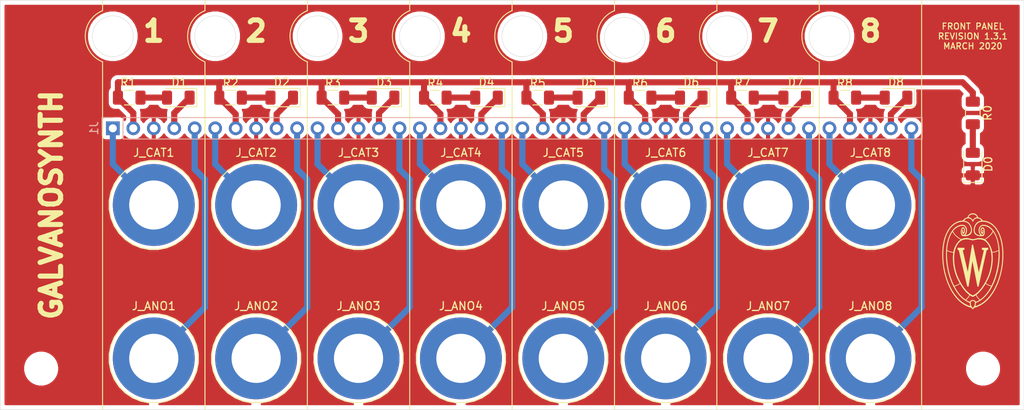
<source format=kicad_pcb>
(kicad_pcb (version 20171130) (host pcbnew 5.1.5+dfsg1-2)
  (title_block (title "galvanosynth daugher") (date 2020-03-03) (rev 1.3.1) (company "University of Wisconsin-Madison") (comment 1 "Instrument Shop") (comment 2 "Department of Chemistry") (comment 3 "Blaise Thompson") (comment 4 bthompson@chem.wisc.edu))
  (layers (0 F.Cu signal) (31 B.Cu signal) (34 B.Paste user) (35 F.Paste user) (36 B.SilkS user) (37 F.SilkS user) (38 B.Mask user) (39 F.Mask user) (44 Edge.Cuts user))
  (net 0 "")
  (net 1 "Net-(D1-Pad2)")
  (net 2 "Net-(D1-Pad1)")
  (net 3 "Net-(D2-Pad2)")
  (net 4 "Net-(D2-Pad1)")
  (net 5 "Net-(D3-Pad2)")
  (net 6 "Net-(D3-Pad1)")
  (net 7 "Net-(D4-Pad2)")
  (net 8 "Net-(D4-Pad1)")
  (net 9 "Net-(D5-Pad2)")
  (net 10 "Net-(D5-Pad1)")
  (net 11 "Net-(D6-Pad2)")
  (net 12 "Net-(D6-Pad1)")
  (net 13 "Net-(D7-Pad2)")
  (net 14 "Net-(D7-Pad1)")
  (net 15 "Net-(D8-Pad2)")
  (net 16 "Net-(D8-Pad1)")
  (net 17 "Net-(J1-Pad40)")
  (net 18 GND)
  (net 19 +15V)
  (net 20 "Net-(J1-Pad36)")
  (net 21 "Net-(J1-Pad35)")
  (net 22 "Net-(J1-Pad31)")
  (net 23 "Net-(J1-Pad26)")
  (net 24 "Net-(J1-Pad25)")
  (net 25 "Net-(J1-Pad21)")
  (net 26 "Net-(J1-Pad20)")
  (net 27 "Net-(J1-Pad16)")
  (net 28 "Net-(J1-Pad15)")
  (net 29 "Net-(J1-Pad11)")
  (net 30 "Net-(J1-Pad10)")
  (net 31 "Net-(J1-Pad6)")
  (net 32 "Net-(J1-Pad5)")
  (net 33 "Net-(J1-Pad1)")
  (net 34 "Net-(D0-Pad2)")
  (net 35 "Net-(J1-Pad30)")
  (module MountingHole:MountingHole_3.2mm_M3 (layer F.Cu) (at 172.72 106.045)
    (fp_text reference REF** hide)
    (fp_text value MountingHole_3.2mm_M3 hide)
    (pad 1 np_thru_hole circle (at 0 0) (size 3.2 3.2) (drill 3.2) (layers *.Cu *.Mask))
  )
  (module MountingHole:MountingHole_3.2mm_M3 (layer F.Cu) (at 55.88 106.045)
    (fp_text reference REF** hide)
    (fp_text value MountingHole_3.2mm_M3 hide)
    (pad 1 np_thru_hole circle (at 0 0) (size 3.2 3.2) (drill 3.2) (layers *.Cu *.Mask))
  )
  (module Connector:Banana_Jack_1Pin (layer F.Cu) (at 133.35 104.775)
    (fp_text reference J_ANO6 (at 0 -6.5) (layer F.SilkS))
    (fp_text value Conn_01x01)
    (pad 1 thru_hole circle (at 0 0) (size 10.16 10.16) (drill 6.1) (layers *.Cu *.Mask) (net 35 "Net-(J1-Pad30)"))
  )
  (module footprints:logo (layer F.Cu) (at 171.45 92.71)
    (fp_text reference G*** hide)
    (fp_text value LOGO hide)
  )
  (module Resistor_SMD:R_1206_3216Metric (layer F.Cu) (at 171.45 74.295 270)
    (fp_text reference R0 (at 0 -1.82 90) (layer F.SilkS))
    (fp_text value 1k)
    (pad 2 smd roundrect (at 1.4 0 270) (size 1.25 1.75) (layers F.Cu F.Paste F.Mask) (roundrect_rratio 0.2) (net 34 "Net-(D0-Pad2)"))
    (pad 1 smd roundrect (at -1.4 0 270) (size 1.25 1.75) (layers F.Cu F.Paste F.Mask) (roundrect_rratio 0.2) (net 19 +15V))
  )
  (module Diode_SMD:D_1206_3216Metric (layer F.Cu) (at 171.45 80.645 90)
    (fp_text reference D0 (at 0 1.905 90) (layer F.SilkS))
    (fp_text value LED)
    (pad 2 smd roundrect (at 1.4 0 90) (size 1.25 1.75) (layers F.Cu F.Paste F.Mask) (roundrect_rratio 0.2) (net 34 "Net-(D0-Pad2)"))
    (pad 1 smd roundrect (at -1.4 0 90) (size 1.25 1.75) (layers F.Cu F.Paste F.Mask) (roundrect_rratio 0.2) (net 18 GND))
  )
  (module Connector:Banana_Jack_1Pin (layer F.Cu) (at 158.75 85.725)
    (fp_text reference J_CAT8 (at 0 -6.5) (layer F.SilkS))
    (fp_text value Conn_01x01)
    (pad 1 thru_hole circle (at 0 0) (size 10.16 10.16) (drill 6.1) (layers *.Cu *.Mask) (net 20 "Net-(J1-Pad36)"))
  )
  (module Connector:Banana_Jack_1Pin (layer F.Cu) (at 133.35 85.725)
    (fp_text reference J_CAT6 (at 0 -6.5) (layer F.SilkS))
    (fp_text value Conn_01x01)
    (pad 1 thru_hole circle (at 0 0) (size 10.16 10.16) (drill 6.1) (layers *.Cu *.Mask) (net 23 "Net-(J1-Pad26)"))
  )
  (module Connector:Banana_Jack_1Pin (layer F.Cu) (at 107.95 85.725)
    (fp_text reference J_CAT4 (at 0 -6.5) (layer F.SilkS))
    (fp_text value Conn_01x01)
    (pad 1 thru_hole circle (at 0 0) (size 10.16 10.16) (drill 6.1) (layers *.Cu *.Mask) (net 27 "Net-(J1-Pad16)"))
  )
  (module Connector:Banana_Jack_1Pin (layer F.Cu) (at 82.55 85.725)
    (fp_text reference J_CAT2 (at 0 -6.5) (layer F.SilkS))
    (fp_text value Conn_01x01)
    (pad 1 thru_hole circle (at 0 0) (size 10.16 10.16) (drill 6.1) (layers *.Cu *.Mask) (net 31 "Net-(J1-Pad6)"))
  )
  (module Connector:Banana_Jack_1Pin (layer F.Cu) (at 146.05 85.725)
    (fp_text reference J_CAT7 (at 0 -6.5) (layer F.SilkS))
    (fp_text value Conn_01x01)
    (pad 1 thru_hole circle (at 0 0) (size 10.16 10.16) (drill 6.1) (layers *.Cu *.Mask) (net 22 "Net-(J1-Pad31)"))
  )
  (module Connector:Banana_Jack_1Pin (layer F.Cu) (at 120.65 85.725)
    (fp_text reference J_CAT5 (at 0 -6.5) (layer F.SilkS))
    (fp_text value Conn_01x01)
    (pad 1 thru_hole circle (at 0 0) (size 10.16 10.16) (drill 6.1) (layers *.Cu *.Mask) (net 25 "Net-(J1-Pad21)"))
  )
  (module Connector:Banana_Jack_1Pin (layer F.Cu) (at 95.25 85.725)
    (fp_text reference J_CAT3 (at 0 -6.5) (layer F.SilkS))
    (fp_text value Conn_01x01)
    (pad 1 thru_hole circle (at 0 0) (size 10.16 10.16) (drill 6.1) (layers *.Cu *.Mask) (net 29 "Net-(J1-Pad11)"))
  )
  (module Connector:Banana_Jack_1Pin (layer F.Cu) (at 69.85 85.725)
    (fp_text reference J_CAT1 (at 0 -6.5) (layer F.SilkS))
    (fp_text value Conn_01x01)
    (pad 1 thru_hole circle (at 0 0) (size 10.16 10.16) (drill 6.1) (layers *.Cu *.Mask) (net 33 "Net-(J1-Pad1)"))
  )
  (module Connector:Banana_Jack_1Pin (layer F.Cu) (at 158.75 104.775)
    (fp_text reference J_ANO8 (at 0 -6.5) (layer F.SilkS))
    (fp_text value Conn_01x01)
    (pad 1 thru_hole circle (at 0 0) (size 10.16 10.16) (drill 6.1) (layers *.Cu *.Mask) (net 17 "Net-(J1-Pad40)"))
  )
  (module Connector:Banana_Jack_1Pin (layer F.Cu) (at 107.95 104.775)
    (fp_text reference J_ANO4 (at 0 -6.5) (layer F.SilkS))
    (fp_text value Conn_01x01)
    (pad 1 thru_hole circle (at 0 0) (size 10.16 10.16) (drill 6.1) (layers *.Cu *.Mask) (net 26 "Net-(J1-Pad20)"))
  )
  (module Connector:Banana_Jack_1Pin (layer F.Cu) (at 82.55 104.775)
    (fp_text reference J_ANO2 (at 0 -6.5) (layer F.SilkS))
    (fp_text value Conn_01x01)
    (pad 1 thru_hole circle (at 0 0) (size 10.16 10.16) (drill 6.1) (layers *.Cu *.Mask) (net 30 "Net-(J1-Pad10)"))
  )
  (module Connector:Banana_Jack_1Pin (layer F.Cu) (at 146.05 104.775)
    (fp_text reference J_ANO7 (at 0 -6.5) (layer F.SilkS))
    (fp_text value Conn_01x01)
    (pad 1 thru_hole circle (at 0 0) (size 10.16 10.16) (drill 6.1) (layers *.Cu *.Mask) (net 21 "Net-(J1-Pad35)"))
  )
  (module Connector:Banana_Jack_1Pin (layer F.Cu) (at 120.65 104.775)
    (fp_text reference J_ANO5 (at 0 -6.5) (layer F.SilkS))
    (fp_text value Conn_01x01)
    (pad 1 thru_hole circle (at 0 0) (size 10.16 10.16) (drill 6.1) (layers *.Cu *.Mask) (net 24 "Net-(J1-Pad25)"))
  )
  (module Connector:Banana_Jack_1Pin (layer F.Cu) (at 95.25 104.775)
    (fp_text reference J_ANO3 (at 0 -6.5) (layer F.SilkS))
    (fp_text value Conn_01x01)
    (pad 1 thru_hole circle (at 0 0) (size 10.16 10.16) (drill 6.1) (layers *.Cu *.Mask) (net 28 "Net-(J1-Pad15)"))
  )
  (module Connector:Banana_Jack_1Pin (layer F.Cu) (at 69.85 104.775)
    (fp_text reference J_ANO1 (at 0 -6.5) (layer F.SilkS))
    (fp_text value Conn_01x01)
    (pad 1 thru_hole circle (at 0 0) (size 10.16 10.16) (drill 6.1) (layers *.Cu *.Mask) (net 32 "Net-(J1-Pad5)"))
  )
  (module Resistor_SMD:R_1206_3216Metric (layer F.Cu) (at 155.575 72.39)
    (fp_text reference R8 (at 0 -1.82) (layer F.SilkS))
    (fp_text value 1k)
    (pad 2 smd roundrect (at 1.4 0) (size 1.25 1.75) (layers F.Cu F.Paste F.Mask) (roundrect_rratio 0.2) (net 15 "Net-(D8-Pad2)"))
    (pad 1 smd roundrect (at -1.4 0) (size 1.25 1.75) (layers F.Cu F.Paste F.Mask) (roundrect_rratio 0.2) (net 19 +15V))
  )
  (module Resistor_SMD:R_1206_3216Metric (layer F.Cu) (at 130.175 72.39)
    (fp_text reference R6 (at 0 -1.82) (layer F.SilkS))
    (fp_text value 1k)
    (pad 2 smd roundrect (at 1.4 0) (size 1.25 1.75) (layers F.Cu F.Paste F.Mask) (roundrect_rratio 0.2) (net 11 "Net-(D6-Pad2)"))
    (pad 1 smd roundrect (at -1.4 0) (size 1.25 1.75) (layers F.Cu F.Paste F.Mask) (roundrect_rratio 0.2) (net 19 +15V))
  )
  (module Resistor_SMD:R_1206_3216Metric (layer F.Cu) (at 104.775 72.39)
    (fp_text reference R4 (at 0 -1.82) (layer F.SilkS))
    (fp_text value 1k)
    (pad 2 smd roundrect (at 1.4 0) (size 1.25 1.75) (layers F.Cu F.Paste F.Mask) (roundrect_rratio 0.2) (net 7 "Net-(D4-Pad2)"))
    (pad 1 smd roundrect (at -1.4 0) (size 1.25 1.75) (layers F.Cu F.Paste F.Mask) (roundrect_rratio 0.2) (net 19 +15V))
  )
  (module Resistor_SMD:R_1206_3216Metric (layer F.Cu) (at 79.375 72.39)
    (fp_text reference R2 (at 0 -1.82) (layer F.SilkS))
    (fp_text value 1k)
    (pad 2 smd roundrect (at 1.4 0) (size 1.25 1.75) (layers F.Cu F.Paste F.Mask) (roundrect_rratio 0.2) (net 3 "Net-(D2-Pad2)"))
    (pad 1 smd roundrect (at -1.4 0) (size 1.25 1.75) (layers F.Cu F.Paste F.Mask) (roundrect_rratio 0.2) (net 19 +15V))
  )
  (module Resistor_SMD:R_1206_3216Metric (layer F.Cu) (at 142.875 72.39)
    (fp_text reference R7 (at 0 -1.82) (layer F.SilkS))
    (fp_text value 1k)
    (pad 2 smd roundrect (at 1.4 0) (size 1.25 1.75) (layers F.Cu F.Paste F.Mask) (roundrect_rratio 0.2) (net 13 "Net-(D7-Pad2)"))
    (pad 1 smd roundrect (at -1.4 0) (size 1.25 1.75) (layers F.Cu F.Paste F.Mask) (roundrect_rratio 0.2) (net 19 +15V))
  )
  (module Resistor_SMD:R_1206_3216Metric (layer F.Cu) (at 117.475 72.39)
    (fp_text reference R5 (at 0 -1.82) (layer F.SilkS))
    (fp_text value 1k)
    (pad 2 smd roundrect (at 1.4 0) (size 1.25 1.75) (layers F.Cu F.Paste F.Mask) (roundrect_rratio 0.2) (net 9 "Net-(D5-Pad2)"))
    (pad 1 smd roundrect (at -1.4 0) (size 1.25 1.75) (layers F.Cu F.Paste F.Mask) (roundrect_rratio 0.2) (net 19 +15V))
  )
  (module Resistor_SMD:R_1206_3216Metric (layer F.Cu) (at 92.075 72.39)
    (fp_text reference R3 (at 0 -1.82) (layer F.SilkS))
    (fp_text value 1k)
    (pad 2 smd roundrect (at 1.4 0) (size 1.25 1.75) (layers F.Cu F.Paste F.Mask) (roundrect_rratio 0.2) (net 5 "Net-(D3-Pad2)"))
    (pad 1 smd roundrect (at -1.4 0) (size 1.25 1.75) (layers F.Cu F.Paste F.Mask) (roundrect_rratio 0.2) (net 19 +15V))
  )
  (module Resistor_SMD:R_1206_3216Metric (layer F.Cu) (at 66.805 72.39)
    (fp_text reference R1 (at -0.13 -1.905) (layer F.SilkS))
    (fp_text value 1k)
    (pad 2 smd roundrect (at 1.4 0) (size 1.25 1.75) (layers F.Cu F.Paste F.Mask) (roundrect_rratio 0.2) (net 1 "Net-(D1-Pad2)"))
    (pad 1 smd roundrect (at -1.4 0) (size 1.25 1.75) (layers F.Cu F.Paste F.Mask) (roundrect_rratio 0.2) (net 19 +15V))
  )
  (module Connector_PinHeader_2.54mm:PinHeader_1x40_P2.54mm_Vertical (layer B.Cu) (at 64.77 76.2 270)
    (fp_text reference J1 (at 0 2.33 270) (layer B.SilkS) (effects (justify mirror)))
    (fp_text value Conn_01x40)
    (pad 40 thru_hole oval (at 0 -99.06 270) (size 1.7 1.7) (drill 1) (layers *.Cu *.Mask) (net 17 "Net-(J1-Pad40)"))
    (pad 39 thru_hole oval (at 0 -96.52 270) (size 1.7 1.7) (drill 1) (layers *.Cu *.Mask) (net 16 "Net-(D8-Pad1)"))
    (pad 38 thru_hole oval (at 0 -93.98 270) (size 1.7 1.7) (drill 1) (layers *.Cu *.Mask) (net 18 GND))
    (pad 37 thru_hole oval (at 0 -91.44 270) (size 1.7 1.7) (drill 1) (layers *.Cu *.Mask) (net 19 +15V))
    (pad 36 thru_hole oval (at 0 -88.9 270) (size 1.7 1.7) (drill 1) (layers *.Cu *.Mask) (net 20 "Net-(J1-Pad36)"))
    (pad 35 thru_hole oval (at 0 -86.36 270) (size 1.7 1.7) (drill 1) (layers *.Cu *.Mask) (net 21 "Net-(J1-Pad35)"))
    (pad 34 thru_hole oval (at 0 -83.82 270) (size 1.7 1.7) (drill 1) (layers *.Cu *.Mask) (net 14 "Net-(D7-Pad1)"))
    (pad 33 thru_hole oval (at 0 -81.28 270) (size 1.7 1.7) (drill 1) (layers *.Cu *.Mask) (net 18 GND))
    (pad 32 thru_hole oval (at 0 -78.74 270) (size 1.7 1.7) (drill 1) (layers *.Cu *.Mask) (net 19 +15V))
    (pad 31 thru_hole oval (at 0 -76.2 270) (size 1.7 1.7) (drill 1) (layers *.Cu *.Mask) (net 22 "Net-(J1-Pad31)"))
    (pad 30 thru_hole oval (at 0 -73.66 270) (size 1.7 1.7) (drill 1) (layers *.Cu *.Mask) (net 35 "Net-(J1-Pad30)"))
    (pad 29 thru_hole oval (at 0 -71.12 270) (size 1.7 1.7) (drill 1) (layers *.Cu *.Mask) (net 12 "Net-(D6-Pad1)"))
    (pad 28 thru_hole oval (at 0 -68.58 270) (size 1.7 1.7) (drill 1) (layers *.Cu *.Mask) (net 18 GND))
    (pad 27 thru_hole oval (at 0 -66.04 270) (size 1.7 1.7) (drill 1) (layers *.Cu *.Mask) (net 19 +15V))
    (pad 26 thru_hole oval (at 0 -63.5 270) (size 1.7 1.7) (drill 1) (layers *.Cu *.Mask) (net 23 "Net-(J1-Pad26)"))
    (pad 25 thru_hole oval (at 0 -60.96 270) (size 1.7 1.7) (drill 1) (layers *.Cu *.Mask) (net 24 "Net-(J1-Pad25)"))
    (pad 24 thru_hole oval (at 0 -58.42 270) (size 1.7 1.7) (drill 1) (layers *.Cu *.Mask) (net 10 "Net-(D5-Pad1)"))
    (pad 23 thru_hole oval (at 0 -55.88 270) (size 1.7 1.7) (drill 1) (layers *.Cu *.Mask) (net 18 GND))
    (pad 22 thru_hole oval (at 0 -53.34 270) (size 1.7 1.7) (drill 1) (layers *.Cu *.Mask) (net 19 +15V))
    (pad 21 thru_hole oval (at 0 -50.8 270) (size 1.7 1.7) (drill 1) (layers *.Cu *.Mask) (net 25 "Net-(J1-Pad21)"))
    (pad 20 thru_hole oval (at 0 -48.26 270) (size 1.7 1.7) (drill 1) (layers *.Cu *.Mask) (net 26 "Net-(J1-Pad20)"))
    (pad 19 thru_hole oval (at 0 -45.72 270) (size 1.7 1.7) (drill 1) (layers *.Cu *.Mask) (net 8 "Net-(D4-Pad1)"))
    (pad 18 thru_hole oval (at 0 -43.18 270) (size 1.7 1.7) (drill 1) (layers *.Cu *.Mask) (net 18 GND))
    (pad 17 thru_hole oval (at 0 -40.64 270) (size 1.7 1.7) (drill 1) (layers *.Cu *.Mask) (net 19 +15V))
    (pad 16 thru_hole oval (at 0 -38.1 270) (size 1.7 1.7) (drill 1) (layers *.Cu *.Mask) (net 27 "Net-(J1-Pad16)"))
    (pad 15 thru_hole oval (at 0 -35.56 270) (size 1.7 1.7) (drill 1) (layers *.Cu *.Mask) (net 28 "Net-(J1-Pad15)"))
    (pad 14 thru_hole oval (at 0 -33.02 270) (size 1.7 1.7) (drill 1) (layers *.Cu *.Mask) (net 6 "Net-(D3-Pad1)"))
    (pad 13 thru_hole oval (at 0 -30.48 270) (size 1.7 1.7) (drill 1) (layers *.Cu *.Mask) (net 18 GND))
    (pad 12 thru_hole oval (at 0 -27.94 270) (size 1.7 1.7) (drill 1) (layers *.Cu *.Mask) (net 19 +15V))
    (pad 11 thru_hole oval (at 0 -25.4 270) (size 1.7 1.7) (drill 1) (layers *.Cu *.Mask) (net 29 "Net-(J1-Pad11)"))
    (pad 10 thru_hole oval (at 0 -22.86 270) (size 1.7 1.7) (drill 1) (layers *.Cu *.Mask) (net 30 "Net-(J1-Pad10)"))
    (pad 9 thru_hole oval (at 0 -20.32 270) (size 1.7 1.7) (drill 1) (layers *.Cu *.Mask) (net 4 "Net-(D2-Pad1)"))
    (pad 8 thru_hole oval (at 0 -17.78 270) (size 1.7 1.7) (drill 1) (layers *.Cu *.Mask) (net 18 GND))
    (pad 7 thru_hole oval (at 0 -15.24 270) (size 1.7 1.7) (drill 1) (layers *.Cu *.Mask) (net 19 +15V))
    (pad 6 thru_hole oval (at 0 -12.7 270) (size 1.7 1.7) (drill 1) (layers *.Cu *.Mask) (net 31 "Net-(J1-Pad6)"))
    (pad 5 thru_hole oval (at 0 -10.16 270) (size 1.7 1.7) (drill 1) (layers *.Cu *.Mask) (net 32 "Net-(J1-Pad5)"))
    (pad 4 thru_hole oval (at 0 -7.62 270) (size 1.7 1.7) (drill 1) (layers *.Cu *.Mask) (net 2 "Net-(D1-Pad1)"))
    (pad 3 thru_hole oval (at 0 -5.08 270) (size 1.7 1.7) (drill 1) (layers *.Cu *.Mask) (net 18 GND))
    (pad 2 thru_hole oval (at 0 -2.54 270) (size 1.7 1.7) (drill 1) (layers *.Cu *.Mask) (net 19 +15V))
    (pad 1 thru_hole rect (at 0 0 270) (size 1.7 1.7) (drill 1) (layers *.Cu *.Mask) (net 33 "Net-(J1-Pad1)"))
  )
  (module Diode_SMD:D_1206_3216Metric (layer F.Cu) (at 161.925 72.39 180)
    (fp_text reference D8 (at 0 1.905) (layer F.SilkS))
    (fp_text value LED)
    (pad 2 smd roundrect (at 1.4 0 180) (size 1.25 1.75) (layers F.Cu F.Paste F.Mask) (roundrect_rratio 0.2) (net 15 "Net-(D8-Pad2)"))
    (pad 1 smd roundrect (at -1.4 0 180) (size 1.25 1.75) (layers F.Cu F.Paste F.Mask) (roundrect_rratio 0.2) (net 16 "Net-(D8-Pad1)"))
  )
  (module Diode_SMD:D_1206_3216Metric (layer F.Cu) (at 136.525 72.39 180)
    (fp_text reference D6 (at 0 1.905) (layer F.SilkS))
    (fp_text value LED)
    (pad 2 smd roundrect (at 1.4 0 180) (size 1.25 1.75) (layers F.Cu F.Paste F.Mask) (roundrect_rratio 0.2) (net 11 "Net-(D6-Pad2)"))
    (pad 1 smd roundrect (at -1.4 0 180) (size 1.25 1.75) (layers F.Cu F.Paste F.Mask) (roundrect_rratio 0.2) (net 12 "Net-(D6-Pad1)"))
  )
  (module Diode_SMD:D_1206_3216Metric (layer F.Cu) (at 111.125 72.39 180)
    (fp_text reference D4 (at 0 1.905) (layer F.SilkS))
    (fp_text value LED)
    (pad 2 smd roundrect (at 1.4 0 180) (size 1.25 1.75) (layers F.Cu F.Paste F.Mask) (roundrect_rratio 0.2) (net 7 "Net-(D4-Pad2)"))
    (pad 1 smd roundrect (at -1.4 0 180) (size 1.25 1.75) (layers F.Cu F.Paste F.Mask) (roundrect_rratio 0.2) (net 8 "Net-(D4-Pad1)"))
  )
  (module Diode_SMD:D_1206_3216Metric (layer F.Cu) (at 85.725 72.39 180)
    (fp_text reference D2 (at 0 1.905) (layer F.SilkS))
    (fp_text value LED)
    (pad 2 smd roundrect (at 1.4 0 180) (size 1.25 1.75) (layers F.Cu F.Paste F.Mask) (roundrect_rratio 0.2) (net 3 "Net-(D2-Pad2)"))
    (pad 1 smd roundrect (at -1.4 0 180) (size 1.25 1.75) (layers F.Cu F.Paste F.Mask) (roundrect_rratio 0.2) (net 4 "Net-(D2-Pad1)"))
  )
  (module Diode_SMD:D_1206_3216Metric (layer F.Cu) (at 149.355 72.39 180)
    (fp_text reference D7 (at -0.13 1.905) (layer F.SilkS))
    (fp_text value LED)
    (pad 2 smd roundrect (at 1.4 0 180) (size 1.25 1.75) (layers F.Cu F.Paste F.Mask) (roundrect_rratio 0.2) (net 13 "Net-(D7-Pad2)"))
    (pad 1 smd roundrect (at -1.4 0 180) (size 1.25 1.75) (layers F.Cu F.Paste F.Mask) (roundrect_rratio 0.2) (net 14 "Net-(D7-Pad1)"))
  )
  (module Diode_SMD:D_1206_3216Metric (layer F.Cu) (at 123.825 72.39 180)
    (fp_text reference D5 (at 0 1.905) (layer F.SilkS))
    (fp_text value LED)
    (pad 2 smd roundrect (at 1.4 0 180) (size 1.25 1.75) (layers F.Cu F.Paste F.Mask) (roundrect_rratio 0.2) (net 9 "Net-(D5-Pad2)"))
    (pad 1 smd roundrect (at -1.4 0 180) (size 1.25 1.75) (layers F.Cu F.Paste F.Mask) (roundrect_rratio 0.2) (net 10 "Net-(D5-Pad1)"))
  )
  (module Diode_SMD:D_1206_3216Metric (layer F.Cu) (at 98.295 72.39 180)
    (fp_text reference D3 (at -0.13 1.905) (layer F.SilkS))
    (fp_text value LED)
    (pad 2 smd roundrect (at 1.4 0 180) (size 1.25 1.75) (layers F.Cu F.Paste F.Mask) (roundrect_rratio 0.2) (net 5 "Net-(D3-Pad2)"))
    (pad 1 smd roundrect (at -1.4 0 180) (size 1.25 1.75) (layers F.Cu F.Paste F.Mask) (roundrect_rratio 0.2) (net 6 "Net-(D3-Pad1)"))
  )
  (module Diode_SMD:D_1206_3216Metric (layer F.Cu) (at 72.895 72.39 180)
    (fp_text reference D1 (at -0.13 1.905) (layer F.SilkS))
    (fp_text value LED)
    (pad 2 smd roundrect (at 1.4 0 180) (size 1.25 1.75) (layers F.Cu F.Paste F.Mask) (roundrect_rratio 0.2) (net 1 "Net-(D1-Pad2)"))
    (pad 1 smd roundrect (at -1.4 0 180) (size 1.25 1.75) (layers F.Cu F.Paste F.Mask) (roundrect_rratio 0.2) (net 2 "Net-(D1-Pad1)"))
  )
  (gr_line (start 63.500001 61.595001) (end 63.500001 60.325001) (layer F.SilkS) (width 0.12))
  (gr_line (start 63.500001 69.595999) (end 63.500001 67.945001) (layer F.SilkS) (width 0.12))
  (gr_line (start 76.200001 61.595001) (end 76.200001 60.325001) (layer F.SilkS) (width 0.12))
  (gr_line (start 76.200001 69.595999) (end 76.200001 67.945001) (layer F.SilkS) (width 0.12))
  (gr_line (start 88.900001 61.595001) (end 88.900001 60.325001) (layer F.SilkS) (width 0.12))
  (gr_line (start 88.900001 69.595999) (end 88.9 67.944999) (layer F.SilkS) (width 0.12))
  (gr_line (start 101.600001 61.595001) (end 101.6 60.325) (layer F.SilkS) (width 0.12))
  (gr_line (start 101.6 67.945) (end 101.600001 69.595999) (layer F.SilkS) (width 0.12))
  (gr_line (start 114.3 61.595) (end 114.3 60.325) (layer F.SilkS) (width 0.12))
  (gr_line (start 114.300001 69.595999) (end 114.3 67.944999) (layer F.SilkS) (width 0.12))
  (gr_line (start 127 61.595) (end 127 60.325) (layer F.SilkS) (width 0.12))
  (gr_line (start 127 67.944999) (end 127.000001 69.595999) (layer F.SilkS) (width 0.12))
  (gr_line (start 139.7 67.944999) (end 139.700001 69.595999) (layer F.SilkS) (width 0.12))
  (gr_line (start 139.700001 61.595001) (end 139.7 60.325) (layer F.SilkS) (width 0.12))
  (gr_line (start 152.400001 61.595001) (end 152.4 60.325) (layer F.SilkS) (width 0.12))
  (gr_line (start 152.400001 69.595999) (end 152.4 67.945) (layer F.SilkS) (width 0.12))
  (gr_arc (start 153.67 64.77) (end 152.400001 61.595001) (angle -136.397181) (layer F.SilkS) (width 0.12))
  (gr_arc (start 140.97 64.77) (end 139.700001 61.595001) (angle -136.397181) (layer F.SilkS) (width 0.12))
  (gr_arc (start 128.27 64.77) (end 127.000001 61.595001) (angle -136.397181) (layer F.SilkS) (width 0.12))
  (gr_arc (start 115.57 64.77) (end 114.300001 61.595001) (angle -136.397181) (layer F.SilkS) (width 0.12))
  (gr_arc (start 102.87 64.77) (end 101.600001 61.595001) (angle -136.397181) (layer F.SilkS) (width 0.12))
  (gr_arc (start 90.17 64.77) (end 88.900001 61.595001) (angle -136.397181) (layer F.SilkS) (width 0.12))
  (gr_circle (center 90.17 64.77) (end 92.71 64.77) (layer Edge.Cuts) (width 0.05))
  (gr_arc (start 77.47 64.77) (end 76.200001 61.595001) (angle -136.397181) (layer F.SilkS) (width 0.12))
  (gr_arc (start 64.77 64.77) (end 63.500001 61.595001) (angle -136.397181) (layer F.SilkS) (width 0.12))
  (gr_text "FRONT PANEL\nREVISION 1.3.1\nMARCH 2020" (at 171.45 64.77) (layer F.SilkS) (effects (font (size 0.762 0.762) (thickness 0.127))))
  (gr_text GALVANOSYNTH (at 57.15 85.725 90) (layer F.SilkS) (effects (font (size 2.54 2.54) (thickness 0.635))))
  (gr_line (start 165.1 60.325) (end 165.1 111.125) (layer F.SilkS) (width 0.12))
  (gr_line (start 152.400001 69.595999) (end 152.4 111.125) (layer F.SilkS) (width 0.12))
  (gr_line (start 139.700001 69.595999) (end 139.7 111.125) (layer F.SilkS) (width 0.12))
  (gr_line (start 127.000001 69.595999) (end 127 111.125) (layer F.SilkS) (width 0.12))
  (gr_line (start 114.300001 69.595999) (end 114.3 111.125) (layer F.SilkS) (width 0.12))
  (gr_line (start 101.600001 69.595999) (end 101.6 111.125) (layer F.SilkS) (width 0.12))
  (gr_line (start 88.900001 69.595999) (end 88.9 111.125) (layer F.SilkS) (width 0.12))
  (gr_line (start 76.200001 69.595999) (end 76.2 111.125) (layer F.SilkS) (width 0.12))
  (gr_line (start 63.500001 69.595999) (end 63.5 111.125) (layer F.SilkS) (width 0.12))
  (gr_text 8 (at 158.75 64.135) (layer F.SilkS) (effects (font (size 2.54 2.54) (thickness 0.635))))
  (gr_text 7 (at 146.05 64.135) (layer F.SilkS) (effects (font (size 2.54 2.54) (thickness 0.635))))
  (gr_text 6 (at 133.35 64.135) (layer F.SilkS) (effects (font (size 2.54 2.54) (thickness 0.635))))
  (gr_text 5 (at 120.65 64.135) (layer F.SilkS) (effects (font (size 2.54 2.54) (thickness 0.635))))
  (gr_text 4 (at 107.95 64.135) (layer F.SilkS) (effects (font (size 2.54 2.54) (thickness 0.635))))
  (gr_text 3 (at 95.25 64.135) (layer F.SilkS) (effects (font (size 2.54 2.54) (thickness 0.635))))
  (gr_text 2 (at 82.55 64.135) (layer F.SilkS) (effects (font (size 2.54 2.54) (thickness 0.635))))
  (gr_text 1 (at 69.85 64.135) (layer F.SilkS) (effects (font (size 2.54 2.54) (thickness 0.635))))
  (gr_circle (center 153.67 64.77) (end 156.21 64.77) (layer Edge.Cuts) (width 0.05))
  (gr_circle (center 140.97 64.77) (end 143.51 64.77) (layer Edge.Cuts) (width 0.05))
  (gr_circle (center 128.27 64.9605) (end 130.81 64.9605) (layer Edge.Cuts) (width 0.05))
  (gr_circle (center 115.57 64.77) (end 118.11 64.77) (layer Edge.Cuts) (width 0.05))
  (gr_circle (center 102.87 64.77) (end 105.41 64.77) (layer Edge.Cuts) (width 0.05))
  (gr_circle (center 77.47 64.77) (end 80.01 64.77) (layer Edge.Cuts) (width 0.05))
  (gr_circle (center 64.77 64.77) (end 67.31 64.77) (layer Edge.Cuts) (width 0.05))
  (gr_line (start 177.8 60.325) (end 50.8 60.325) (layer Edge.Cuts) (width 0.05))
  (gr_line (start 177.8 111.125) (end 177.8 60.325) (layer Edge.Cuts) (width 0.05))
  (gr_line (start 50.8 111.125) (end 177.8 111.125) (layer Edge.Cuts) (width 0.05))
  (gr_line (start 50.8 60.325) (end 50.8 111.125) (layer Edge.Cuts) (width 0.05))
  (segment (start 68.205 72.39) (end 71.495 72.39) (width 0.762) (layer F.Cu) (net 1))
  (segment (start 72.39 74.295) (end 74.295 72.39) (width 0.762) (layer F.Cu) (net 2))
  (segment (start 72.39 76.2) (end 72.39 74.295) (width 0.762) (layer F.Cu) (net 2))
  (segment (start 80.775 72.39) (end 84.325 72.39) (width 0.762) (layer F.Cu) (net 3))
  (segment (start 85.09 74.425) (end 87.125 72.39) (width 0.762) (layer F.Cu) (net 4))
  (segment (start 85.09 76.2) (end 85.09 74.425) (width 0.762) (layer F.Cu) (net 4))
  (segment (start 93.475 72.39) (end 96.895 72.39) (width 0.762) (layer F.Cu) (net 5))
  (segment (start 97.79 74.295) (end 99.695 72.39) (width 0.762) (layer F.Cu) (net 6))
  (segment (start 97.79 76.2) (end 97.79 74.295) (width 0.762) (layer F.Cu) (net 6))
  (segment (start 106.175 72.39) (end 109.725 72.39) (width 0.762) (layer F.Cu) (net 7))
  (segment (start 110.49 74.425) (end 112.525 72.39) (width 0.762) (layer F.Cu) (net 8))
  (segment (start 110.49 76.2) (end 110.49 74.425) (width 0.762) (layer F.Cu) (net 8))
  (segment (start 118.875 72.39) (end 122.425 72.39) (width 0.762) (layer F.Cu) (net 9))
  (segment (start 123.19 74.425) (end 125.225 72.39) (width 0.762) (layer F.Cu) (net 10))
  (segment (start 123.19 76.2) (end 123.19 74.425) (width 0.762) (layer F.Cu) (net 10))
  (segment (start 131.575 72.39) (end 135.125 72.39) (width 0.762) (layer F.Cu) (net 11))
  (segment (start 135.89 74.425) (end 137.925 72.39) (width 0.762) (layer F.Cu) (net 12))
  (segment (start 135.89 76.2) (end 135.89 74.425) (width 0.762) (layer F.Cu) (net 12))
  (segment (start 144.275 72.39) (end 147.955 72.39) (width 0.762) (layer F.Cu) (net 13))
  (segment (start 148.59 74.555) (end 150.755 72.39) (width 0.762) (layer F.Cu) (net 14))
  (segment (start 148.59 76.2) (end 148.59 74.555) (width 0.762) (layer F.Cu) (net 14))
  (segment (start 156.975 72.39) (end 160.525 72.39) (width 0.762) (layer F.Cu) (net 15))
  (segment (start 161.29 74.425) (end 163.325 72.39) (width 0.762) (layer F.Cu) (net 16))
  (segment (start 161.29 76.2) (end 161.29 74.425) (width 0.762) (layer F.Cu) (net 16))
  (segment (start 163.83 76.2) (end 163.83 81.28) (width 0.762) (layer B.Cu) (net 17))
  (segment (start 163.83 81.28) (end 165.1 82.55) (width 0.762) (layer B.Cu) (net 17))
  (segment (start 165.1 98.425) (end 158.75 104.775) (width 0.762) (layer B.Cu) (net 17))
  (segment (start 165.1 98.425) (end 165.1 82.55) (width 0.762) (layer B.Cu) (net 17))
  (segment (start 67.31 74.295) (end 65.405 72.39) (width 0.762) (layer F.Cu) (net 19))
  (segment (start 67.31 76.2) (end 67.31 74.295) (width 0.762) (layer F.Cu) (net 19))
  (segment (start 80.01 74.425) (end 77.975 72.39) (width 0.762) (layer F.Cu) (net 19))
  (segment (start 80.01 76.2) (end 80.01 74.425) (width 0.762) (layer F.Cu) (net 19))
  (segment (start 92.71 74.425) (end 90.675 72.39) (width 0.762) (layer F.Cu) (net 19))
  (segment (start 92.71 76.2) (end 92.71 74.425) (width 0.762) (layer F.Cu) (net 19))
  (segment (start 105.41 74.425) (end 103.375 72.39) (width 0.762) (layer F.Cu) (net 19))
  (segment (start 105.41 76.2) (end 105.41 74.425) (width 0.762) (layer F.Cu) (net 19))
  (segment (start 118.11 74.425) (end 116.075 72.39) (width 0.762) (layer F.Cu) (net 19))
  (segment (start 118.11 76.2) (end 118.11 74.425) (width 0.762) (layer F.Cu) (net 19))
  (segment (start 130.81 74.425) (end 128.775 72.39) (width 0.762) (layer F.Cu) (net 19))
  (segment (start 130.81 76.2) (end 130.81 74.425) (width 0.762) (layer F.Cu) (net 19))
  (segment (start 143.51 74.425) (end 141.475 72.39) (width 0.762) (layer F.Cu) (net 19))
  (segment (start 143.51 76.2) (end 143.51 74.425) (width 0.762) (layer F.Cu) (net 19))
  (segment (start 156.21 74.425) (end 154.175 72.39) (width 0.762) (layer F.Cu) (net 19))
  (segment (start 156.21 76.2) (end 156.21 74.425) (width 0.762) (layer F.Cu) (net 19))
  (segment (start 65.405 72.39) (end 65.405 70.485) (width 0.762) (layer F.Cu) (net 19))
  (segment (start 154.175 70.615) (end 154.305 70.485) (width 0.762) (layer F.Cu) (net 19))
  (segment (start 154.175 72.39) (end 154.175 70.615) (width 0.762) (layer F.Cu) (net 19))
  (segment (start 141.475 72.39) (end 141.475 70.615) (width 0.762) (layer F.Cu) (net 19))
  (segment (start 141.475 70.615) (end 141.605 70.485) (width 0.762) (layer F.Cu) (net 19))
  (segment (start 141.605 70.485) (end 154.305 70.485) (width 0.762) (layer F.Cu) (net 19))
  (segment (start 128.775 70.615) (end 128.905 70.485) (width 0.762) (layer F.Cu) (net 19))
  (segment (start 128.775 72.39) (end 128.775 70.615) (width 0.762) (layer F.Cu) (net 19))
  (segment (start 128.905 70.485) (end 141.605 70.485) (width 0.762) (layer F.Cu) (net 19))
  (segment (start 116.075 70.615) (end 116.205 70.485) (width 0.762) (layer F.Cu) (net 19))
  (segment (start 116.075 72.39) (end 116.075 70.615) (width 0.762) (layer F.Cu) (net 19))
  (segment (start 116.205 70.485) (end 128.905 70.485) (width 0.762) (layer F.Cu) (net 19))
  (segment (start 103.375 70.615) (end 103.505 70.485) (width 0.762) (layer F.Cu) (net 19))
  (segment (start 103.375 72.39) (end 103.375 70.615) (width 0.762) (layer F.Cu) (net 19))
  (segment (start 103.505 70.485) (end 116.205 70.485) (width 0.762) (layer F.Cu) (net 19))
  (segment (start 77.975 70.615) (end 78.105 70.485) (width 0.762) (layer F.Cu) (net 19))
  (segment (start 77.975 72.39) (end 77.975 70.615) (width 0.762) (layer F.Cu) (net 19))
  (segment (start 65.405 70.485) (end 78.105 70.485) (width 0.762) (layer F.Cu) (net 19))
  (segment (start 154.305 70.485) (end 170.18 70.485) (width 0.762) (layer F.Cu) (net 19))
  (segment (start 171.45 71.755) (end 171.45 72.895) (width 0.762) (layer F.Cu) (net 19))
  (segment (start 170.18 70.485) (end 171.45 71.755) (width 0.762) (layer F.Cu) (net 19))
  (segment (start 90.675 70.615) (end 90.675 72.39) (width 0.762) (layer F.Cu) (net 19))
  (segment (start 90.805 70.485) (end 90.675 70.615) (width 0.762) (layer F.Cu) (net 19))
  (segment (start 90.805 70.485) (end 103.505 70.485) (width 0.762) (layer F.Cu) (net 19))
  (segment (start 78.105 70.485) (end 90.805 70.485) (width 0.762) (layer F.Cu) (net 19))
  (segment (start 153.670001 80.645001) (end 158.75 85.725) (width 0.762) (layer B.Cu) (net 20))
  (segment (start 153.67 76.2) (end 153.670001 80.645001) (width 0.762) (layer B.Cu) (net 20))
  (segment (start 152.4 98.425) (end 146.05 104.775) (width 0.762) (layer B.Cu) (net 21))
  (segment (start 151.13 76.2) (end 151.13 81.28) (width 0.762) (layer B.Cu) (net 21))
  (segment (start 151.13 81.28) (end 152.4 82.55) (width 0.762) (layer B.Cu) (net 21))
  (segment (start 152.4 82.55) (end 152.4 98.425) (width 0.762) (layer B.Cu) (net 21))
  (segment (start 140.970001 80.645001) (end 146.05 85.725) (width 0.762) (layer B.Cu) (net 22))
  (segment (start 140.97 76.2) (end 140.970001 80.645001) (width 0.762) (layer B.Cu) (net 22))
  (segment (start 128.270001 80.645001) (end 133.35 85.725) (width 0.762) (layer B.Cu) (net 23))
  (segment (start 128.27 76.2) (end 128.270001 80.645001) (width 0.762) (layer B.Cu) (net 23))
  (segment (start 127 98.425) (end 120.65 104.775) (width 0.762) (layer B.Cu) (net 24))
  (segment (start 125.73 76.2) (end 125.73 81.28) (width 0.762) (layer B.Cu) (net 24))
  (segment (start 125.73 81.28) (end 127 82.55) (width 0.762) (layer B.Cu) (net 24))
  (segment (start 127 82.55) (end 127 98.425) (width 0.762) (layer B.Cu) (net 24))
  (segment (start 115.570001 80.645001) (end 120.65 85.725) (width 0.762) (layer B.Cu) (net 25))
  (segment (start 115.570001 76.199999) (end 115.570001 80.645001) (width 0.762) (layer B.Cu) (net 25))
  (segment (start 115.57 76.2) (end 115.570001 76.199999) (width 0.762) (layer B.Cu) (net 25))
  (segment (start 114.3 98.425) (end 107.95 104.775) (width 0.762) (layer B.Cu) (net 26))
  (segment (start 113.03 76.2) (end 113.03 81.28) (width 0.762) (layer B.Cu) (net 26))
  (segment (start 113.03 81.28) (end 114.3 82.55) (width 0.762) (layer B.Cu) (net 26))
  (segment (start 114.3 82.55) (end 114.3 98.425) (width 0.762) (layer B.Cu) (net 26))
  (segment (start 102.870001 80.645001) (end 107.95 85.725) (width 0.762) (layer B.Cu) (net 27))
  (segment (start 102.87 76.2) (end 102.870001 80.645001) (width 0.762) (layer B.Cu) (net 27))
  (segment (start 101.6 98.425) (end 95.25 104.775) (width 0.762) (layer B.Cu) (net 28))
  (segment (start 100.33 76.2) (end 100.33 81.28) (width 0.762) (layer B.Cu) (net 28))
  (segment (start 100.33 81.28) (end 101.6 82.55) (width 0.762) (layer B.Cu) (net 28))
  (segment (start 101.6 82.55) (end 101.6 98.425) (width 0.762) (layer B.Cu) (net 28))
  (segment (start 90.170001 80.645001) (end 95.25 85.725) (width 0.762) (layer B.Cu) (net 29))
  (segment (start 90.17 76.2) (end 90.170001 80.645001) (width 0.762) (layer B.Cu) (net 29))
  (segment (start 88.9 98.425) (end 82.55 104.775) (width 0.762) (layer B.Cu) (net 30))
  (segment (start 87.63 76.2) (end 87.63 81.28) (width 0.762) (layer B.Cu) (net 30))
  (segment (start 87.63 81.28) (end 88.9 82.55) (width 0.762) (layer B.Cu) (net 30))
  (segment (start 88.9 82.55) (end 88.9 98.425) (width 0.762) (layer B.Cu) (net 30))
  (segment (start 77.470001 80.645001) (end 82.55 85.725) (width 0.762) (layer B.Cu) (net 31))
  (segment (start 77.47 76.2) (end 77.470001 80.645001) (width 0.762) (layer B.Cu) (net 31))
  (segment (start 76.2 98.425) (end 69.85 104.775) (width 0.762) (layer B.Cu) (net 32))
  (segment (start 74.93 76.2) (end 74.93 81.28) (width 0.762) (layer B.Cu) (net 32))
  (segment (start 74.93 81.28) (end 76.2 82.55) (width 0.762) (layer B.Cu) (net 32))
  (segment (start 76.2 82.55) (end 76.2 98.425) (width 0.762) (layer B.Cu) (net 32))
  (segment (start 64.770001 80.645001) (end 69.85 85.725) (width 0.762) (layer B.Cu) (net 33))
  (segment (start 64.77 76.2) (end 64.770001 80.645001) (width 0.762) (layer B.Cu) (net 33))
  (segment (start 171.45 75.695) (end 171.45 79.245) (width 0.762) (layer F.Cu) (net 34))
  (segment (start 133.35 104.775) (end 139.7 98.425) (width 0.762) (layer B.Cu) (net 35))
  (segment (start 138.43 76.2) (end 138.43 81.28) (width 0.762) (layer B.Cu) (net 35))
  (segment (start 138.43 81.28) (end 139.7 82.55) (width 0.762) (layer B.Cu) (net 35))
  (segment (start 139.7 82.55) (end 139.7 98.425) (width 0.762) (layer B.Cu) (net 35))
  (zone (net 18) (net_name GND) (layer F.Cu) (connect_pads (clearance 0.508)) (min_thickness 0.254) (fill yes (arc_segments 32) (thermal_gap 0.508) (thermal_bridge_width 0.508))
    (polygon (pts (xy 177.8 111.125) (xy 50.8 111.125) (xy 50.8 60.325) (xy 177.8 60.325)))
  )
)
</source>
